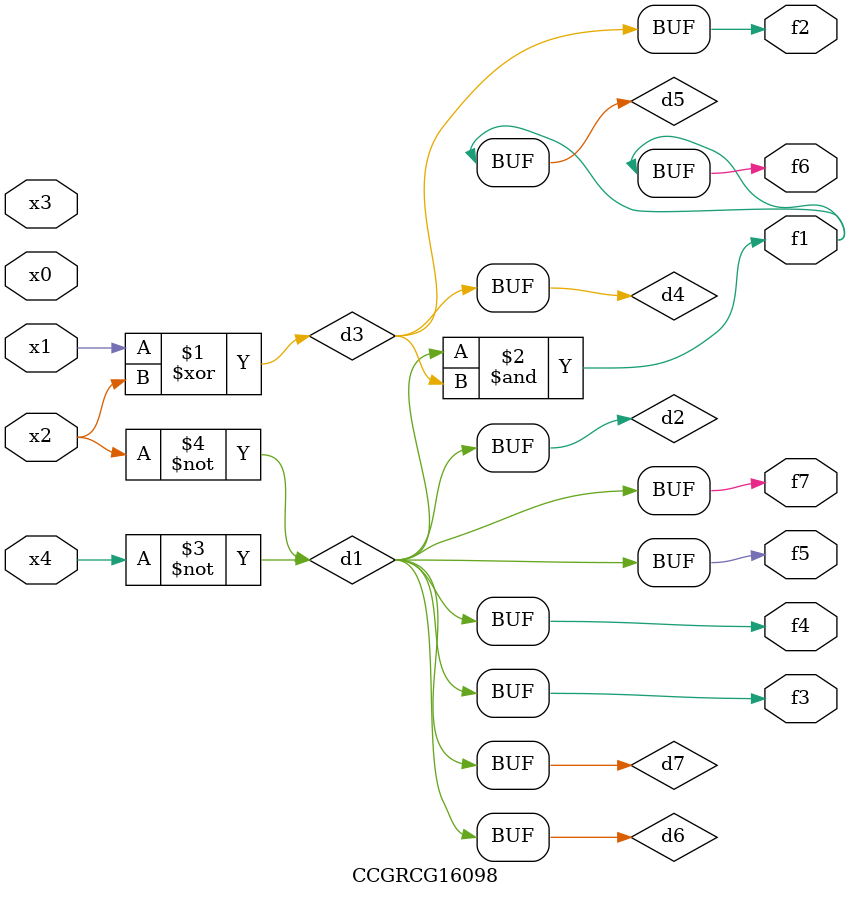
<source format=v>
module CCGRCG16098(
	input x0, x1, x2, x3, x4,
	output f1, f2, f3, f4, f5, f6, f7
);

	wire d1, d2, d3, d4, d5, d6, d7;

	not (d1, x4);
	not (d2, x2);
	xor (d3, x1, x2);
	buf (d4, d3);
	and (d5, d1, d3);
	buf (d6, d1, d2);
	buf (d7, d2);
	assign f1 = d5;
	assign f2 = d4;
	assign f3 = d7;
	assign f4 = d7;
	assign f5 = d7;
	assign f6 = d5;
	assign f7 = d7;
endmodule

</source>
